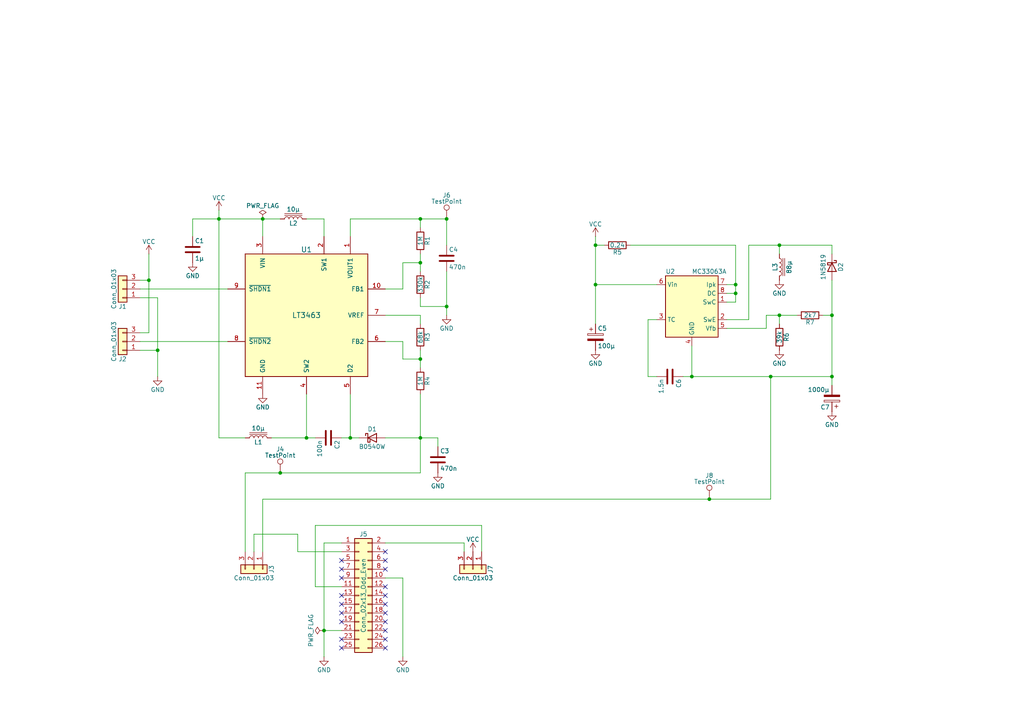
<source format=kicad_sch>
(kicad_sch (version 20231120) (generator "eeschema") (generator_version "8.0")
  (paper "A4")
  (title_block (title "DMG LCD Power") (date "2024-06-20") (rev "2") (company "Author: Michael Singer") (comment 1 "https://github.com/msinger/gbreveng/") (comment 2 "http://iceboy.a-singer.de/"))
  (lib_symbols
    (symbol "Connector:TestPoint" (pin_numbers hide) (pin_names (offset 0.762) hide)
      (property "Reference" "TP" (at 0 6.858 0))
      (property "Value" "TestPoint" (at 0 5.08 0))
      (symbol "TestPoint_0_1"
        (circle (center 0 3.302) (radius 0.762))
      )
      (symbol "TestPoint_1_1"
        (pin passive line (at 0 0 90) (length 2.54) (name "1") (number "1"))
      )
    )
    (symbol "Connector_Generic:Conn_01x03" (pin_names (offset 1.016) hide)
      (property "Reference" "J" (at 0 5.08 0))
      (property "Value" "Conn_01x03" (at 0 -5.08 0))
      (symbol "Conn_01x03_1_1"
        (rectangle (start -1.27 -2.413) (end 0 -2.667) (stroke (width 0.1524)))
        (rectangle (start -1.27 0.127) (end 0 -0.127) (stroke (width 0.1524)))
        (rectangle (start -1.27 2.667) (end 0 2.413) (stroke (width 0.1524)))
        (rectangle (start -1.27 3.81) (end 1.27 -3.81) (stroke (width 0.254)) (fill (type background)))
        (pin passive line (at -5.08 2.54 0) (length 3.81) (name "Pin_1") (number "1"))
        (pin passive line (at -5.08 0 0) (length 3.81) (name "Pin_2") (number "2"))
        (pin passive line (at -5.08 -2.54 0) (length 3.81) (name "Pin_3") (number "3"))
      )
    )
    (symbol "Connector_Generic:Conn_02x13_Odd_Even" (pin_names (offset 1.016) hide)
      (property "Reference" "J" (at 1.27 17.78 0))
      (property "Value" "Conn_02x13_Odd_Even" (at 1.27 -17.78 0))
      (symbol "Conn_02x13_Odd_Even_1_1"
        (rectangle (start -1.27 -15.113) (end 0 -15.367) (stroke (width 0.1524)))
        (rectangle (start -1.27 -12.573) (end 0 -12.827) (stroke (width 0.1524)))
        (rectangle (start -1.27 -10.033) (end 0 -10.287) (stroke (width 0.1524)))
        (rectangle (start -1.27 -7.493) (end 0 -7.747) (stroke (width 0.1524)))
        (rectangle (start -1.27 -4.953) (end 0 -5.207) (stroke (width 0.1524)))
        (rectangle (start -1.27 -2.413) (end 0 -2.667) (stroke (width 0.1524)))
        (rectangle (start -1.27 0.127) (end 0 -0.127) (stroke (width 0.1524)))
        (rectangle (start -1.27 2.667) (end 0 2.413) (stroke (width 0.1524)))
        (rectangle (start -1.27 5.207) (end 0 4.953) (stroke (width 0.1524)))
        (rectangle (start -1.27 7.747) (end 0 7.493) (stroke (width 0.1524)))
        (rectangle (start -1.27 10.287) (end 0 10.033) (stroke (width 0.1524)))
        (rectangle (start -1.27 12.827) (end 0 12.573) (stroke (width 0.1524)))
        (rectangle (start -1.27 15.367) (end 0 15.113) (stroke (width 0.1524)))
        (rectangle (start -1.27 16.51) (end 3.81 -16.51) (stroke (width 0.254)) (fill (type background)))
        (rectangle (start 3.81 -15.113) (end 2.54 -15.367) (stroke (width 0.1524)))
        (rectangle (start 3.81 -12.573) (end 2.54 -12.827) (stroke (width 0.1524)))
        (rectangle (start 3.81 -10.033) (end 2.54 -10.287) (stroke (width 0.1524)))
        (rectangle (start 3.81 -7.493) (end 2.54 -7.747) (stroke (width 0.1524)))
        (rectangle (start 3.81 -4.953) (end 2.54 -5.207) (stroke (width 0.1524)))
        (rectangle (start 3.81 -2.413) (end 2.54 -2.667) (stroke (width 0.1524)))
        (rectangle (start 3.81 0.127) (end 2.54 -0.127) (stroke (width 0.1524)))
        (rectangle (start 3.81 2.667) (end 2.54 2.413) (stroke (width 0.1524)))
        (rectangle (start 3.81 5.207) (end 2.54 4.953) (stroke (width 0.1524)))
        (rectangle (start 3.81 7.747) (end 2.54 7.493) (stroke (width 0.1524)))
        (rectangle (start 3.81 10.287) (end 2.54 10.033) (stroke (width 0.1524)))
        (rectangle (start 3.81 12.827) (end 2.54 12.573) (stroke (width 0.1524)))
        (rectangle (start 3.81 15.367) (end 2.54 15.113) (stroke (width 0.1524)))
        (pin passive line (at -5.08 15.24 0) (length 3.81) (name "Pin_1") (number "1"))
        (pin passive line (at 7.62 5.08 180) (length 3.81) (name "Pin_10") (number "10"))
        (pin passive line (at -5.08 2.54 0) (length 3.81) (name "Pin_11") (number "11"))
        (pin passive line (at 7.62 2.54 180) (length 3.81) (name "Pin_12") (number "12"))
        (pin passive line (at -5.08 0 0) (length 3.81) (name "Pin_13") (number "13"))
        (pin passive line (at 7.62 0 180) (length 3.81) (name "Pin_14") (number "14"))
        (pin passive line (at -5.08 -2.54 0) (length 3.81) (name "Pin_15") (number "15"))
        (pin passive line (at 7.62 -2.54 180) (length 3.81) (name "Pin_16") (number "16"))
        (pin passive line (at -5.08 -5.08 0) (length 3.81) (name "Pin_17") (number "17"))
        (pin passive line (at 7.62 -5.08 180) (length 3.81) (name "Pin_18") (number "18"))
        (pin passive line (at -5.08 -7.62 0) (length 3.81) (name "Pin_19") (number "19"))
        (pin passive line (at 7.62 15.24 180) (length 3.81) (name "Pin_2") (number "2"))
        (pin passive line (at 7.62 -7.62 180) (length 3.81) (name "Pin_20") (number "20"))
        (pin passive line (at -5.08 -10.16 0) (length 3.81) (name "Pin_21") (number "21"))
        (pin passive line (at 7.62 -10.16 180) (length 3.81) (name "Pin_22") (number "22"))
        (pin passive line (at -5.08 -12.7 0) (length 3.81) (name "Pin_23") (number "23"))
        (pin passive line (at 7.62 -12.7 180) (length 3.81) (name "Pin_24") (number "24"))
        (pin passive line (at -5.08 -15.24 0) (length 3.81) (name "Pin_25") (number "25"))
        (pin passive line (at 7.62 -15.24 180) (length 3.81) (name "Pin_26") (number "26"))
        (pin passive line (at -5.08 12.7 0) (length 3.81) (name "Pin_3") (number "3"))
        (pin passive line (at 7.62 12.7 180) (length 3.81) (name "Pin_4") (number "4"))
        (pin passive line (at -5.08 10.16 0) (length 3.81) (name "Pin_5") (number "5"))
        (pin passive line (at 7.62 10.16 180) (length 3.81) (name "Pin_6") (number "6"))
        (pin passive line (at -5.08 7.62 0) (length 3.81) (name "Pin_7") (number "7"))
        (pin passive line (at 7.62 7.62 180) (length 3.81) (name "Pin_8") (number "8"))
        (pin passive line (at -5.08 5.08 0) (length 3.81) (name "Pin_9") (number "9"))
      )
    )
    (symbol "Device:C" (pin_numbers hide) (pin_names (offset 0.254))
      (property "Reference" "C" (at 0.635 2.54 0))
      (property "Value" "C" (at 0.635 -2.54 0))
      (symbol "C_0_1"
        (polyline (pts (xy -2.032 -0.762) (xy 2.032 -0.762)) (stroke (width 0.508)))
        (polyline (pts (xy -2.032 0.762) (xy 2.032 0.762)) (stroke (width 0.508)))
      )
      (symbol "C_1_1"
        (pin passive line (at 0 3.81 270) (length 2.794) (name "~") (number "1"))
        (pin passive line (at 0 -3.81 90) (length 2.794) (name "~") (number "2"))
      )
    )
    (symbol "Device:C_Polarized" (pin_numbers hide) (pin_names (offset 0.254))
      (property "Reference" "C" (at 0.635 2.54 0))
      (property "Value" "C_Polarized" (at 0.635 -2.54 0))
      (symbol "C_Polarized_0_1"
        (rectangle (start -2.286 0.508) (end 2.286 1.016))
        (polyline (pts (xy -1.778 2.286) (xy -0.762 2.286)))
        (polyline (pts (xy -1.27 2.794) (xy -1.27 1.778)))
        (rectangle (start 2.286 -0.508) (end -2.286 -1.016) (fill (type outline)))
      )
      (symbol "C_Polarized_1_1"
        (pin passive line (at 0 3.81 270) (length 2.794) (name "~") (number "1"))
        (pin passive line (at 0 -3.81 90) (length 2.794) (name "~") (number "2"))
      )
    )
    (symbol "Device:D_Schottky" (pin_numbers hide) (pin_names (offset 1.016) hide)
      (property "Reference" "D" (at 0 2.54 0))
      (property "Value" "D_Schottky" (at 0 -2.54 0))
      (symbol "D_Schottky_0_1"
        (polyline (pts (xy 1.27 0) (xy -1.27 0)))
        (polyline (pts (xy 1.27 1.27) (xy 1.27 -1.27) (xy -1.27 0) (xy 1.27 1.27)) (stroke (width 0.254)))
        (polyline (pts (xy -1.905 0.635) (xy -1.905 1.27) (xy -1.27 1.27) (xy -1.27 -1.27) (xy -0.635 -1.27) (xy -0.635 -0.635)) (stroke (width 0.254)))
      )
      (symbol "D_Schottky_1_1"
        (pin passive line (at -3.81 0 0) (length 2.54) (name "K") (number "1"))
        (pin passive line (at 3.81 0 180) (length 2.54) (name "A") (number "2"))
      )
    )
    (symbol "Device:L_Iron" (pin_numbers hide) (pin_names (offset 1.016) hide)
      (property "Reference" "L" (at -1.27 0 90))
      (property "Value" "L_Iron" (at 2.794 0 90))
      (symbol "L_Iron_0_1"
        (arc (start 0 -2.54) (mid 0.6323 -1.905) (end 0 -1.27))
        (arc (start 0 -1.27) (mid 0.6323 -0.635) (end 0 0))
        (polyline (pts (xy 1.016 2.54) (xy 1.016 -2.54)))
        (polyline (pts (xy 1.524 -2.54) (xy 1.524 2.54)))
        (arc (start 0 0) (mid 0.6323 0.635) (end 0 1.27))
        (arc (start 0 1.27) (mid 0.6323 1.905) (end 0 2.54))
      )
      (symbol "L_Iron_1_1"
        (pin passive line (at 0 3.81 270) (length 1.27) (name "1") (number "1"))
        (pin passive line (at 0 -3.81 90) (length 1.27) (name "2") (number "2"))
      )
    )
    (symbol "Device:R" (pin_numbers hide) (pin_names (offset 0))
      (property "Reference" "R" (at 2.032 0 90))
      (property "Value" "R" (at 0 0 90))
      (symbol "R_0_1"
        (rectangle (start -1.016 -2.54) (end 1.016 2.54) (stroke (width 0.254)))
      )
      (symbol "R_1_1"
        (pin passive line (at 0 3.81 270) (length 1.27) (name "~") (number "1"))
        (pin passive line (at 0 -3.81 90) (length 1.27) (name "~") (number "2"))
      )
    )
    (symbol "Regulator_Switching:MC33063AP"
      (property "Reference" "U" (at -7.62 8.89 0))
      (property "Value" "MC33063AP" (at 0 8.89 0))
      (symbol "MC33063AP_0_1"
        (rectangle (start -7.62 7.62) (end 7.62 -10.16) (stroke (width 0.254)) (fill (type background)))
      )
      (symbol "MC33063AP_1_1"
        (pin open_collector line (at 10.16 0 180) (length 2.54) (name "SwC") (number "1"))
        (pin open_emitter line (at 10.16 -5.08 180) (length 2.54) (name "SwE") (number "2"))
        (pin passive line (at -10.16 -5.08 0) (length 2.54) (name "TC") (number "3"))
        (pin power_in line (at 0 -12.7 90) (length 2.54) (name "GND") (number "4"))
        (pin input line (at 10.16 -7.62 180) (length 2.54) (name "Vfb") (number "5"))
        (pin power_in line (at -10.16 5.08 0) (length 2.54) (name "Vin") (number "6"))
        (pin input line (at 10.16 5.08 180) (length 2.54) (name "Ipk") (number "7"))
        (pin open_collector line (at 10.16 2.54 180) (length 2.54) (name "DC") (number "8"))
      )
    )
    (symbol "Regulator_Switching_LT3463:LT3463" (pin_names (offset 1.016))
      (property "Reference" "U" (at 0 19.05 0))
      (property "Value" "LT3463" (at 0 0 0))
      (symbol "LT3463_1_1"
        (rectangle (start -17.78 17.78) (end 17.78 -17.78) (stroke (width 0.254)) (fill (type background)))
        (pin power_out line (at 12.7 22.86 270) (length 5.08) (name "VOUT1") (number "1"))
        (pin input line (at 22.86 7.62 180) (length 5.08) (name "FB1") (number "10"))
        (pin power_in line (at -12.7 -22.86 90) (length 5.08) (name "GND") (number "11"))
        (pin output line (at 5.08 22.86 270) (length 5.08) (name "SW1") (number "2"))
        (pin power_in line (at -12.7 22.86 270) (length 5.08) (name "VIN") (number "3"))
        (pin output line (at 0 -22.86 90) (length 5.08) (name "SW2") (number "4"))
        (pin power_out line (at 12.7 -22.86 90) (length 5.08) (name "D2") (number "5"))
        (pin input line (at 22.86 -7.62 180) (length 5.08) (name "FB2") (number "6"))
        (pin power_out line (at 22.86 0 180) (length 5.08) (name "VREF") (number "7"))
        (pin input line (at -22.86 -7.62 0) (length 5.08) (name "~{SHDN2}") (number "8"))
        (pin input line (at -22.86 7.62 0) (length 5.08) (name "~{SHDN1}") (number "9"))
      )
    )
    (symbol "power:GND" (power) (pin_numbers hide) (pin_names (offset 0) hide)
      (property "Value" "GND" (at 0 -3.81 0))
      (symbol "GND_0_1"
        (polyline (pts (xy 0 0) (xy 0 -1.27) (xy 1.27 -1.27) (xy 0 -2.54) (xy -1.27 -1.27) (xy 0 -1.27)))
      )
      (symbol "GND_1_1"
        (pin power_in line (at 0 0 270) (length 0) (name "~") (number "1"))
      )
    )
    (symbol "power:PWR_FLAG" (power) (pin_numbers hide) (pin_names (offset 0) hide)
      (property "Value" "PWR_FLAG" (at 0 3.81 0))
      (symbol "PWR_FLAG_0_0"
        (pin power_out line (at 0 0 90) (length 0) (name "~") (number "1"))
      )
      (symbol "PWR_FLAG_0_1"
        (polyline (pts (xy 0 0) (xy 0 1.27) (xy -1.016 1.905) (xy 0 2.54) (xy 1.016 1.905) (xy 0 1.27)))
      )
    )
    (symbol "power:VCC" (power) (pin_numbers hide) (pin_names (offset 0) hide)
      (property "Value" "VCC" (at 0 3.556 0))
      (symbol "VCC_0_1"
        (polyline (pts (xy -0.762 1.27) (xy 0 2.54)))
        (polyline (pts (xy 0 0) (xy 0 2.54)))
        (polyline (pts (xy 0 2.54) (xy 0.762 1.27)))
      )
      (symbol "VCC_1_1"
        (pin power_in line (at 0 0 90) (length 0) (name "~") (number "1"))
      )
    )
  )
  (junction (at 129.54 63.5))
  (junction (at 88.9 127))
  (junction (at 213.36 85.09))
  (junction (at 76.2 63.5))
  (junction (at 241.3 109.22))
  (junction (at 121.92 76.2))
  (junction (at 121.92 127))
  (junction (at 205.74 144.78))
  (junction (at 200.66 109.22))
  (junction (at 63.5 63.5))
  (junction (at 129.54 88.9))
  (junction (at 172.72 71.12))
  (junction (at 226.06 71.12))
  (junction (at 241.3 91.44))
  (junction (at 101.6 127))
  (junction (at 121.92 63.5))
  (junction (at 172.72 82.55))
  (junction (at 226.06 91.44))
  (junction (at 121.92 104.14))
  (junction (at 223.52 109.22))
  (junction (at 81.28 137.16))
  (junction (at 45.72 101.6))
  (junction (at 43.18 81.28))
  (junction (at 213.36 82.55))
  (junction (at 93.98 182.88))
  (no_connect (at 99.06 172.72))
  (no_connect (at 111.76 160.02))
  (no_connect (at 111.76 185.42))
  (no_connect (at 99.06 167.64))
  (no_connect (at 99.06 175.26))
  (no_connect (at 111.76 170.18))
  (no_connect (at 111.76 177.8))
  (no_connect (at 99.06 185.42))
  (no_connect (at 111.76 182.88))
  (no_connect (at 111.76 180.34))
  (no_connect (at 99.06 187.96))
  (no_connect (at 99.06 177.8))
  (no_connect (at 99.06 162.56))
  (no_connect (at 111.76 162.56))
  (no_connect (at 111.76 175.26))
  (no_connect (at 111.76 165.1))
  (no_connect (at 111.76 172.72))
  (no_connect (at 111.76 187.96))
  (no_connect (at 99.06 180.34))
  (no_connect (at 99.06 165.1))
  (wire (pts (xy 88.9 63.5) (xy 93.98 63.5)))
  (wire (pts (xy 121.92 88.9) (xy 129.54 88.9)))
  (wire (pts (xy 63.5 127) (xy 71.12 127)))
  (wire (pts (xy 226.06 73.66) (xy 226.06 71.12)))
  (wire (pts (xy 129.54 63.5) (xy 129.54 71.12)))
  (wire (pts (xy 121.92 127) (xy 121.92 137.16)))
  (wire (pts (xy 111.76 99.06) (xy 116.84 99.06)))
  (wire (pts (xy 43.18 81.28) (xy 43.18 73.66)))
  (wire (pts (xy 40.64 86.36) (xy 45.72 86.36)))
  (wire (pts (xy 121.92 86.36) (xy 121.92 88.9)))
  (wire (pts (xy 222.25 95.25) (xy 222.25 91.44)))
  (wire (pts (xy 182.88 71.12) (xy 213.36 71.12)))
  (wire (pts (xy 238.76 91.44) (xy 241.3 91.44)))
  (wire (pts (xy 63.5 63.5) (xy 63.5 60.96)))
  (wire (pts (xy 93.98 182.88) (xy 93.98 190.5)))
  (wire (pts (xy 217.17 71.12) (xy 226.06 71.12)))
  (wire (pts (xy 81.28 137.16) (xy 121.92 137.16)))
  (wire (pts (xy 66.04 99.06) (xy 40.64 99.06)))
  (wire (pts (xy 241.3 81.28) (xy 241.3 91.44)))
  (wire (pts (xy 88.9 127) (xy 91.44 127)))
  (wire (pts (xy 213.36 85.09) (xy 213.36 82.55)))
  (wire (pts (xy 210.82 82.55) (xy 213.36 82.55)))
  (wire (pts (xy 76.2 144.78) (xy 205.74 144.78)))
  (wire (pts (xy 121.92 76.2) (xy 121.92 78.74)))
  (wire (pts (xy 40.64 81.28) (xy 43.18 81.28)))
  (wire (pts (xy 200.66 100.33) (xy 200.66 109.22)))
  (wire (pts (xy 217.17 71.12) (xy 217.17 92.71)))
  (wire (pts (xy 116.84 83.82) (xy 116.84 76.2)))
  (wire (pts (xy 99.06 157.48) (xy 93.98 157.48)))
  (wire (pts (xy 121.92 73.66) (xy 121.92 76.2)))
  (wire (pts (xy 73.66 160.02) (xy 73.66 154.94)))
  (wire (pts (xy 88.9 127) (xy 88.9 114.3)))
  (wire (pts (xy 45.72 86.36) (xy 45.72 101.6)))
  (wire (pts (xy 190.5 92.71) (xy 187.96 92.71)))
  (wire (pts (xy 121.92 127) (xy 127 127)))
  (wire (pts (xy 111.76 167.64) (xy 116.84 167.64)))
  (wire (pts (xy 241.3 71.12) (xy 241.3 73.66)))
  (wire (pts (xy 187.96 92.71) (xy 187.96 109.22)))
  (wire (pts (xy 223.52 109.22) (xy 241.3 109.22)))
  (wire (pts (xy 213.36 82.55) (xy 213.36 71.12)))
  (wire (pts (xy 101.6 127) (xy 104.14 127)))
  (wire (pts (xy 91.44 152.4) (xy 91.44 170.18)))
  (wire (pts (xy 116.84 99.06) (xy 116.84 104.14)))
  (wire (pts (xy 101.6 68.58) (xy 101.6 63.5)))
  (wire (pts (xy 198.12 109.22) (xy 200.66 109.22)))
  (wire (pts (xy 210.82 85.09) (xy 213.36 85.09)))
  (wire (pts (xy 127 127) (xy 127 129.54)))
  (wire (pts (xy 223.52 109.22) (xy 223.52 144.78)))
  (wire (pts (xy 241.3 109.22) (xy 241.3 111.76)))
  (wire (pts (xy 231.14 91.44) (xy 226.06 91.44)))
  (wire (pts (xy 217.17 92.71) (xy 210.82 92.71)))
  (wire (pts (xy 226.06 71.12) (xy 241.3 71.12)))
  (wire (pts (xy 116.84 167.64) (xy 116.84 190.5)))
  (wire (pts (xy 210.82 95.25) (xy 222.25 95.25)))
  (wire (pts (xy 93.98 63.5) (xy 93.98 68.58)))
  (wire (pts (xy 121.92 63.5) (xy 121.92 66.04)))
  (wire (pts (xy 121.92 101.6) (xy 121.92 104.14)))
  (wire (pts (xy 63.5 127) (xy 63.5 63.5)))
  (wire (pts (xy 55.88 63.5) (xy 63.5 63.5)))
  (wire (pts (xy 40.64 101.6) (xy 45.72 101.6)))
  (wire (pts (xy 86.36 154.94) (xy 86.36 160.02)))
  (wire (pts (xy 134.62 157.48) (xy 111.76 157.48)))
  (wire (pts (xy 116.84 104.14) (xy 121.92 104.14)))
  (wire (pts (xy 121.92 91.44) (xy 121.92 93.98)))
  (wire (pts (xy 139.7 152.4) (xy 91.44 152.4)))
  (wire (pts (xy 99.06 182.88) (xy 93.98 182.88)))
  (wire (pts (xy 76.2 160.02) (xy 76.2 144.78)))
  (wire (pts (xy 91.44 170.18) (xy 99.06 170.18)))
  (wire (pts (xy 121.92 63.5) (xy 129.54 63.5)))
  (wire (pts (xy 66.04 83.82) (xy 40.64 83.82)))
  (wire (pts (xy 205.74 144.78) (xy 223.52 144.78)))
  (wire (pts (xy 222.25 91.44) (xy 226.06 91.44)))
  (wire (pts (xy 101.6 63.5) (xy 121.92 63.5)))
  (wire (pts (xy 93.98 157.48) (xy 93.98 182.88)))
  (wire (pts (xy 76.2 68.58) (xy 76.2 63.5)))
  (wire (pts (xy 78.74 127) (xy 88.9 127)))
  (wire (pts (xy 116.84 76.2) (xy 121.92 76.2)))
  (wire (pts (xy 210.82 87.63) (xy 213.36 87.63)))
  (wire (pts (xy 200.66 109.22) (xy 223.52 109.22)))
  (wire (pts (xy 129.54 88.9) (xy 129.54 91.44)))
  (wire (pts (xy 99.06 127) (xy 101.6 127)))
  (wire (pts (xy 175.26 71.12) (xy 172.72 71.12)))
  (wire (pts (xy 86.36 160.02) (xy 99.06 160.02)))
  (wire (pts (xy 43.18 96.52) (xy 43.18 81.28)))
  (wire (pts (xy 76.2 63.5) (xy 81.28 63.5)))
  (wire (pts (xy 121.92 104.14) (xy 121.92 106.68)))
  (wire (pts (xy 45.72 101.6) (xy 45.72 109.22)))
  (wire (pts (xy 111.76 91.44) (xy 121.92 91.44)))
  (wire (pts (xy 71.12 160.02) (xy 71.12 137.16)))
  (wire (pts (xy 172.72 82.55) (xy 172.72 93.98)))
  (wire (pts (xy 172.72 71.12) (xy 172.72 82.55)))
  (wire (pts (xy 73.66 154.94) (xy 86.36 154.94)))
  (wire (pts (xy 129.54 78.74) (xy 129.54 88.9)))
  (wire (pts (xy 139.7 160.02) (xy 139.7 152.4)))
  (wire (pts (xy 111.76 127) (xy 121.92 127)))
  (wire (pts (xy 121.92 114.3) (xy 121.92 127)))
  (wire (pts (xy 226.06 91.44) (xy 226.06 93.98)))
  (wire (pts (xy 101.6 114.3) (xy 101.6 127)))
  (wire (pts (xy 111.76 83.82) (xy 116.84 83.82)))
  (wire (pts (xy 187.96 109.22) (xy 190.5 109.22)))
  (wire (pts (xy 55.88 63.5) (xy 55.88 68.58)))
  (wire (pts (xy 63.5 63.5) (xy 76.2 63.5)))
  (wire (pts (xy 241.3 91.44) (xy 241.3 109.22)))
  (wire (pts (xy 40.64 96.52) (xy 43.18 96.52)))
  (wire (pts (xy 172.72 68.58) (xy 172.72 71.12)))
  (wire (pts (xy 71.12 137.16) (xy 81.28 137.16)))
  (wire (pts (xy 134.62 160.02) (xy 134.62 157.48)))
  (wire (pts (xy 213.36 87.63) (xy 213.36 85.09)))
  (wire (pts (xy 172.72 82.55) (xy 190.5 82.55)))
  (symbol (lib_id "Device:R") (at 179.07 71.12 270) (unit 1)
    (property "Reference" "R5" (at 179.07 73.152 90))
    (property "Value" "0.24" (at 179.07 71.12 90))
    (property "Footprint" "Resistor_THT:R_Axial_DIN0411_L9.9mm_D3.6mm_P12.70mm_Horizontal" (effects (hide yes)))
    (property "Description" "Resistor" (effects (hide yes)))
  )
  (symbol (lib_id "Device:R") (at 226.06 97.79 0) (unit 1)
    (property "Reference" "R6" (at 228.092 97.79 90))
    (property "Value" "39k" (at 226.06 97.79 90))
    (property "Footprint" "Resistor_THT:R_Axial_DIN0207_L6.3mm_D2.5mm_P10.16mm_Horizontal" (effects (hide yes)))
    (property "Description" "Resistor" (effects (hide yes)))
  )
  (symbol (lib_id "Device:R") (at 234.95 91.44 270) (unit 1)
    (property "Reference" "R7" (at 234.95 93.472 90))
    (property "Value" "2k7" (at 234.95 91.44 90))
    (property "Footprint" "Resistor_THT:R_Axial_DIN0207_L6.3mm_D2.5mm_P10.16mm_Horizontal" (effects (hide yes)))
    (property "Description" "Resistor" (effects (hide yes)))
  )
  (symbol (lib_id "Device:L_Iron") (at 226.06 77.47 0) (unit 1)
    (property "Reference" "L3" (at 224.79 77.47 90))
    (property "Value" "88µ" (at 228.854 77.47 90))
    (property "Footprint" "Inductor_THT:L_Radial_D12.5mm_P7.00mm_Fastron_09HCP" (effects (hide yes)))
    (property "Description" "Inductor with iron core" (effects (hide yes)))
  )
  (symbol (lib_id "Device:D_Schottky") (at 241.3 77.47 270) (unit 1)
    (property "Reference" "D2" (at 243.84 77.47 0))
    (property "Value" "1N5819" (at 238.76 77.47 0))
    (property "Footprint" "Diode_THT:D_A-405_P10.16mm_Horizontal" (effects (hide yes)))
    (property "Description" "Schottky diode" (effects (hide yes)))
  )
  (symbol (lib_id "Device:C_Polarized") (at 241.3 115.57 180) (unit 1)
    (property "Reference" "C7" (at 240.665 118.11 0) (effects (justify left)))
    (property "Value" "1000µ" (at 240.665 113.03 0) (effects (justify left)))
    (property "Footprint" "Capacitor_THT:CP_Radial_D10.0mm_P5.00mm" (effects (hide yes)))
    (property "Description" "Polarized capacitor" (effects (hide yes)))
  )
  (symbol (lib_id "Device:C_Polarized") (at 172.72 97.79 0) (unit 1)
    (property "Reference" "C5" (at 173.355 95.25 0) (effects (justify left)))
    (property "Value" "100µ" (at 173.355 100.33 0) (effects (justify left)))
    (property "Footprint" "Capacitor_THT:CP_Radial_D5.0mm_P2.50mm" (effects (hide yes)))
    (property "Description" "Polarized capacitor" (effects (hide yes)))
  )
  (symbol (lib_id "Device:C") (at 194.31 109.22 270) (unit 1)
    (property "Reference" "C6" (at 196.85 109.855 0) (effects (justify left)))
    (property "Value" "1.5n" (at 191.77 109.855 0) (effects (justify left)))
    (property "Footprint" "Capacitor_THT:C_Disc_D4.3mm_W1.9mm_P5.00mm" (effects (hide yes)))
    (property "Description" "Unpolarized capacitor" (effects (hide yes)))
  )
  (symbol (lib_id "power:VCC") (at 172.72 68.58 0) (unit 1)
    (property "Reference" "#PWR01" (effects (hide yes)))
    (property "Value" "VCC" (at 172.72 65.024 0))
    (property "Description" "Power symbol creates a global label with name \"VCC\"" (effects (hide yes)))
  )
  (symbol (lib_id "power:GND") (at 172.72 101.6 0) (unit 1)
    (property "Reference" "#PWR02" (effects (hide yes)))
    (property "Value" "GND" (at 172.72 105.41 0))
    (property "Description" "Power symbol creates a global label with name \"GND\" , ground" (effects (hide yes)))
  )
  (symbol (lib_id "power:GND") (at 241.3 119.38 0) (unit 1)
    (property "Reference" "#PWR03" (effects (hide yes)))
    (property "Value" "GND" (at 241.3 123.19 0))
    (property "Description" "Power symbol creates a global label with name \"GND\" , ground" (effects (hide yes)))
  )
  (symbol (lib_id "power:GND") (at 226.06 81.28 0) (unit 1)
    (property "Reference" "#PWR04" (effects (hide yes)))
    (property "Value" "GND" (at 226.06 85.09 0))
    (property "Description" "Power symbol creates a global label with name \"GND\" , ground" (effects (hide yes)))
  )
  (symbol (lib_id "power:GND") (at 226.06 101.6 0) (unit 1)
    (property "Reference" "#PWR05" (effects (hide yes)))
    (property "Value" "GND" (at 226.06 105.41 0))
    (property "Description" "Power symbol creates a global label with name \"GND\" , ground" (effects (hide yes)))
  )
  (symbol (lib_id "Regulator_Switching_LT3463:LT3463") (at 88.9 91.44 0) (unit 1)
    (property "Reference" "U1" (at 88.9 72.39 0) (effects (font (size 1.524 1.524))))
    (property "Value" "LT3463" (at 88.9 91.44 0) (effects (font (size 1.524 1.524))))
    (property "Footprint" "Package_DFN_QFN:DFN-10-1EP_3x3mm_P0.5mm_EP1.55x2.48mm" (effects (hide yes)))
    (property "Datasheet" "https://www.analog.com/media/en/technical-documentation/data-sheets/3463f.pdf" (effects (hide yes)))
    (property "Description" "Dual Micropower DC/DC Converters with Schottky Diodes" (effects (hide yes)))
  )
  (symbol (lib_id "Regulator_Switching:MC33063AP") (at 200.66 87.63 0) (unit 1)
    (property "Reference" "U2" (at 193.04 78.74 0) (effects (justify left)))
    (property "Value" "MC33063A" (at 200.66 78.74 0) (effects (justify left)))
    (property "Footprint" "Package_DIP:DIP-8_W7.62mm_Socket_LongPads" (effects (hide yes)))
    (property "Datasheet" "http://www.onsemi.com/pub_link/Collateral/MC34063A-D.PDF" (effects (hide yes)))
    (property "Description" "1.5A, step-up/down/inverting switching regulator, 3-40V Vin, 100kHz, DIP-8" (effects (hide yes)))
  )
  (symbol (lib_id "Device:L_Iron") (at 85.09 63.5 90) (unit 1)
    (property "Reference" "L2" (at 85.09 64.77 90))
    (property "Value" "10µ" (at 85.09 60.706 90))
    (property "Footprint" "Inductor_THT:L_Radial_D7.0mm_P3.00mm" (effects (hide yes)))
    (property "Description" "Inductor with iron core" (effects (hide yes)))
  )
  (symbol (lib_id "Device:L_Iron") (at 74.93 127 90) (unit 1)
    (property "Reference" "L1" (at 74.93 128.27 90))
    (property "Value" "10µ" (at 74.93 124.206 90))
    (property "Footprint" "Inductor_THT:L_Radial_D7.0mm_P3.00mm" (effects (hide yes)))
    (property "Description" "Inductor with iron core" (effects (hide yes)))
  )
  (symbol (lib_id "Device:C") (at 95.25 127 270) (unit 1)
    (property "Reference" "C2" (at 97.79 127.635 0) (effects (justify left)))
    (property "Value" "100n" (at 92.71 127.635 0) (effects (justify left)))
    (property "Footprint" "Capacitor_THT:C_Disc_D3.0mm_W1.6mm_P2.50mm" (effects (hide yes)))
    (property "Description" "Unpolarized capacitor" (effects (hide yes)))
  )
  (symbol (lib_id "Device:C") (at 129.54 74.93 0) (unit 1)
    (property "Reference" "C4" (at 130.175 72.39 0) (effects (justify left)))
    (property "Value" "470n" (at 130.175 77.47 0) (effects (justify left)))
    (property "Footprint" "Capacitor_THT:C_Rect_L13.0mm_W4.0mm_P10.00mm_FKS3_FKP3_MKS4" (effects (hide yes)))
    (property "Description" "Unpolarized capacitor" (effects (hide yes)))
  )
  (symbol (lib_id "Device:C") (at 127 133.35 0) (unit 1)
    (property "Reference" "C3" (at 127.635 130.81 0) (effects (justify left)))
    (property "Value" "470n" (at 127.635 135.89 0) (effects (justify left)))
    (property "Footprint" "Capacitor_THT:C_Rect_L13.0mm_W4.0mm_P10.00mm_FKS3_FKP3_MKS4" (effects (hide yes)))
    (property "Description" "Unpolarized capacitor" (effects (hide yes)))
  )
  (symbol (lib_id "Device:R") (at 121.92 69.85 0) (unit 1)
    (property "Reference" "R1" (at 123.952 69.85 90))
    (property "Value" "1M" (at 121.92 69.85 90))
    (property "Footprint" "Resistor_THT:R_Axial_DIN0207_L6.3mm_D2.5mm_P10.16mm_Horizontal" (effects (hide yes)))
    (property "Description" "Resistor" (effects (hide yes)))
  )
  (symbol (lib_id "Device:R") (at 121.92 82.55 0) (unit 1)
    (property "Reference" "R2" (at 123.952 82.55 90))
    (property "Value" "330k" (at 121.92 82.55 90))
    (property "Footprint" "Resistor_THT:R_Axial_DIN0207_L6.3mm_D2.5mm_P10.16mm_Horizontal" (effects (hide yes)))
    (property "Description" "Resistor" (effects (hide yes)))
  )
  (symbol (lib_id "Device:R") (at 121.92 97.79 0) (unit 1)
    (property "Reference" "R3" (at 123.952 97.79 90))
    (property "Value" "68k" (at 121.92 97.79 90))
    (property "Footprint" "Resistor_THT:R_Axial_DIN0207_L6.3mm_D2.5mm_P10.16mm_Horizontal" (effects (hide yes)))
    (property "Description" "Resistor" (effects (hide yes)))
  )
  (symbol (lib_id "Device:R") (at 121.92 110.49 0) (unit 1)
    (property "Reference" "R4" (at 123.952 110.49 90))
    (property "Value" "1M" (at 121.92 110.49 90))
    (property "Footprint" "Resistor_THT:R_Axial_DIN0207_L6.3mm_D2.5mm_P10.16mm_Horizontal" (effects (hide yes)))
    (property "Description" "Resistor" (effects (hide yes)))
  )
  (symbol (lib_id "Device:D_Schottky") (at 107.95 127 0) (unit 1)
    (property "Reference" "D1" (at 107.95 124.46 0))
    (property "Value" "B0540W" (at 107.95 129.54 0))
    (property "Footprint" "Diode_SMD:D_SOD-123" (effects (hide yes)))
    (property "Description" "Schottky diode" (effects (hide yes)))
  )
  (symbol (lib_id "power:GND") (at 55.88 76.2 0) (unit 1)
    (property "Reference" "#PWR06" (effects (hide yes)))
    (property "Value" "GND" (at 55.88 80.01 0))
    (property "Description" "Power symbol creates a global label with name \"GND\" , ground" (effects (hide yes)))
  )
  (symbol (lib_id "power:GND") (at 76.2 114.3 0) (unit 1)
    (property "Reference" "#PWR07" (effects (hide yes)))
    (property "Value" "GND" (at 76.2 118.11 0))
    (property "Description" "Power symbol creates a global label with name \"GND\" , ground" (effects (hide yes)))
  )
  (symbol (lib_id "power:GND") (at 129.54 91.44 0) (unit 1)
    (property "Reference" "#PWR08" (effects (hide yes)))
    (property "Value" "GND" (at 129.54 95.25 0))
    (property "Description" "Power symbol creates a global label with name \"GND\" , ground" (effects (hide yes)))
  )
  (symbol (lib_id "power:GND") (at 127 137.16 0) (unit 1)
    (property "Reference" "#PWR09" (effects (hide yes)))
    (property "Value" "GND" (at 127 140.97 0))
    (property "Description" "Power symbol creates a global label with name \"GND\" , ground" (effects (hide yes)))
  )
  (symbol (lib_id "Connector_Generic:Conn_02x13_Odd_Even") (at 104.14 172.72 0) (unit 1)
    (property "Reference" "J5" (at 105.41 154.94 0))
    (property "Value" "Conn_02x13_Odd_Even" (at 105.41 172.72 90))
    (property "Footprint" "Connector_PinHeader_2.54mm:PinHeader_2x13_P2.54mm_Vertical" (effects (hide yes)))
    (property "Description" "Generic connector, double row, 02x13, odd/even pin numbering scheme (row 1 odd numbers, row 2 even numbers), script generated (kicad-library-utils/schlib/autogen/connector/)" (effects (hide yes)))
  )
  (symbol (lib_id "power:GND") (at 93.98 190.5 0) (unit 1)
    (property "Reference" "#PWR010" (effects (hide yes)))
    (property "Value" "GND" (at 93.98 194.31 0))
    (property "Description" "Power symbol creates a global label with name \"GND\" , ground" (effects (hide yes)))
  )
  (symbol (lib_id "power:GND") (at 116.84 190.5 0) (unit 1)
    (property "Reference" "#PWR011" (effects (hide yes)))
    (property "Value" "GND" (at 116.84 194.31 0))
    (property "Description" "Power symbol creates a global label with name \"GND\" , ground" (effects (hide yes)))
  )
  (symbol (lib_id "Connector_Generic:Conn_01x03") (at 137.16 165.1 270) (unit 1)
    (property "Reference" "J7" (at 142.24 165.1 0))
    (property "Value" "Conn_01x03" (at 137.16 167.64 90))
    (property "Footprint" "Connector_PinHeader_2.54mm:PinHeader_1x03_P2.54mm_Vertical" (effects (hide yes)))
    (property "Description" "Generic connector, single row, 01x03, script generated (kicad-library-utils/schlib/autogen/connector/)" (effects (hide yes)))
  )
  (symbol (lib_id "Connector_Generic:Conn_01x03") (at 73.66 165.1 270) (unit 1)
    (property "Reference" "J3" (at 78.74 165.1 0))
    (property "Value" "Conn_01x03" (at 73.66 167.64 90))
    (property "Footprint" "Connector_PinHeader_2.54mm:PinHeader_1x03_P2.54mm_Vertical" (effects (hide yes)))
    (property "Description" "Generic connector, single row, 01x03, script generated (kicad-library-utils/schlib/autogen/connector/)" (effects (hide yes)))
  )
  (symbol (lib_id "power:VCC") (at 63.5 60.96 0) (unit 1)
    (property "Reference" "#PWR012" (effects (hide yes)))
    (property "Value" "VCC" (at 63.5 57.404 0))
    (property "Description" "Power symbol creates a global label with name \"VCC\"" (effects (hide yes)))
  )
  (symbol (lib_id "power:VCC") (at 137.16 160.02 0) (unit 1)
    (property "Reference" "#PWR013" (effects (hide yes)))
    (property "Value" "VCC" (at 137.16 156.464 0))
    (property "Description" "Power symbol creates a global label with name \"VCC\"" (effects (hide yes)))
  )
  (symbol (lib_id "Connector:TestPoint") (at 205.74 144.78 0) (unit 1)
    (property "Reference" "J8" (at 205.74 137.922 0))
    (property "Value" "TestPoint" (at 205.74 139.7 0))
    (property "Footprint" "TestPoint:TestPoint_Keystone_5010-5014_Multipurpose" (effects (hide yes)))
    (property "Description" "test point" (effects (hide yes)))
  )
  (symbol (lib_id "Connector:TestPoint") (at 81.28 137.16 0) (unit 1)
    (property "Reference" "J4" (at 81.28 130.302 0))
    (property "Value" "TestPoint" (at 81.28 132.08 0))
    (property "Footprint" "TestPoint:TestPoint_Keystone_5010-5014_Multipurpose" (effects (hide yes)))
    (property "Description" "test point" (effects (hide yes)))
  )
  (symbol (lib_id "Connector:TestPoint") (at 129.54 63.5 0) (unit 1)
    (property "Reference" "J6" (at 129.54 56.642 0))
    (property "Value" "TestPoint" (at 129.54 58.42 0))
    (property "Footprint" "TestPoint:TestPoint_Keystone_5010-5014_Multipurpose" (effects (hide yes)))
    (property "Description" "test point" (effects (hide yes)))
  )
  (symbol (lib_id "Connector_Generic:Conn_01x03") (at 35.56 83.82 180) (unit 1)
    (property "Reference" "J1" (at 35.56 88.9 0))
    (property "Value" "Conn_01x03" (at 33.02 83.82 90))
    (property "Footprint" "Connector_PinHeader_2.54mm:PinHeader_1x03_P2.54mm_Vertical" (effects (hide yes)))
    (property "Description" "Generic connector, single row, 01x03, script generated (kicad-library-utils/schlib/autogen/connector/)" (effects (hide yes)))
  )
  (symbol (lib_id "Connector_Generic:Conn_01x03") (at 35.56 99.06 180) (unit 1)
    (property "Reference" "J2" (at 35.56 104.14 0))
    (property "Value" "Conn_01x03" (at 33.02 99.06 90))
    (property "Footprint" "Connector_PinHeader_2.54mm:PinHeader_1x03_P2.54mm_Vertical" (effects (hide yes)))
    (property "Description" "Generic connector, single row, 01x03, script generated (kicad-library-utils/schlib/autogen/connector/)" (effects (hide yes)))
  )
  (symbol (lib_id "power:VCC") (at 43.18 73.66 0) (unit 1)
    (property "Reference" "#PWR014" (effects (hide yes)))
    (property "Value" "VCC" (at 43.18 70.104 0))
    (property "Description" "Power symbol creates a global label with name \"VCC\"" (effects (hide yes)))
  )
  (symbol (lib_id "power:GND") (at 45.72 109.22 0) (unit 1)
    (property "Reference" "#PWR015" (effects (hide yes)))
    (property "Value" "GND" (at 45.72 113.03 0))
    (property "Description" "Power symbol creates a global label with name \"GND\" , ground" (effects (hide yes)))
  )
  (symbol (lib_id "power:PWR_FLAG") (at 76.2 63.5 0) (unit 1)
    (property "Reference" "#FLG016" (effects (hide yes)))
    (property "Value" "PWR_FLAG" (at 76.2 59.69 0))
    (property "Description" "Special symbol for telling ERC where power comes from" (effects (hide yes)))
  )
  (symbol (lib_id "power:PWR_FLAG") (at 93.98 182.88 90) (unit 1)
    (property "Reference" "#FLG017" (effects (hide yes)))
    (property "Value" "PWR_FLAG" (at 90.17 182.88 0))
    (property "Description" "Special symbol for telling ERC where power comes from" (effects (hide yes)))
  )
  (symbol (lib_id "Device:C") (at 55.88 72.39 0) (unit 1)
    (property "Reference" "C1" (at 56.515 69.85 0) (effects (justify left)))
    (property "Value" "1µ" (at 56.515 74.93 0) (effects (justify left)))
    (property "Footprint" "Capacitor_THT:C_Disc_D4.3mm_W1.9mm_P5.00mm" (effects (hide yes)))
    (property "Description" "Unpolarized capacitor" (effects (hide yes)))
  )
)
</source>
